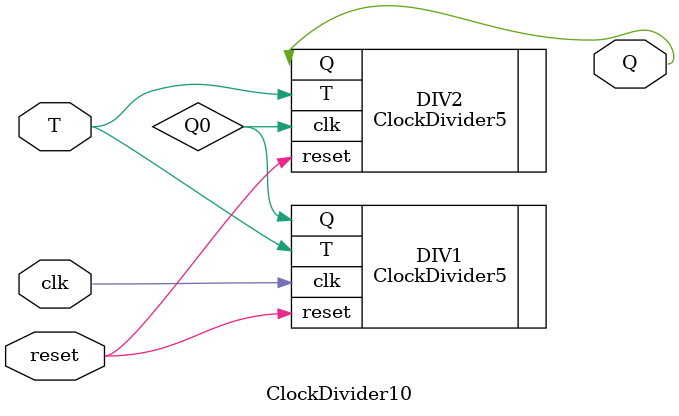
<source format=v>
module ClockDivider10 (
    input clk,
    input reset,
	 input T,
    output Q
);
    wire Q0;

	ClockDivider5 DIV1(
		.clk(clk),
		.reset(reset),
		.T(T),
		.Q(Q0)
	);
	
	ClockDivider5 DIV2(
		.clk(Q0),
		.reset(reset),
		.T(T),
		.Q(Q)
	);
	 
endmodule

</source>
